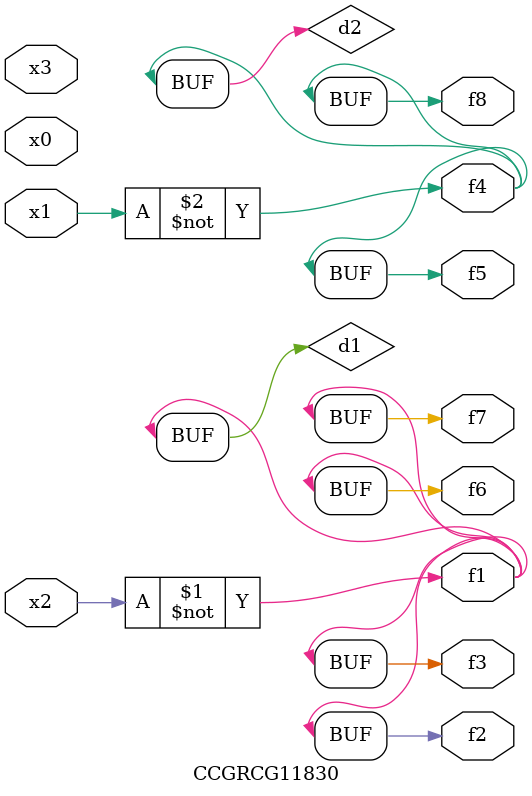
<source format=v>
module CCGRCG11830(
	input x0, x1, x2, x3,
	output f1, f2, f3, f4, f5, f6, f7, f8
);

	wire d1, d2;

	xnor (d1, x2);
	not (d2, x1);
	assign f1 = d1;
	assign f2 = d1;
	assign f3 = d1;
	assign f4 = d2;
	assign f5 = d2;
	assign f6 = d1;
	assign f7 = d1;
	assign f8 = d2;
endmodule

</source>
